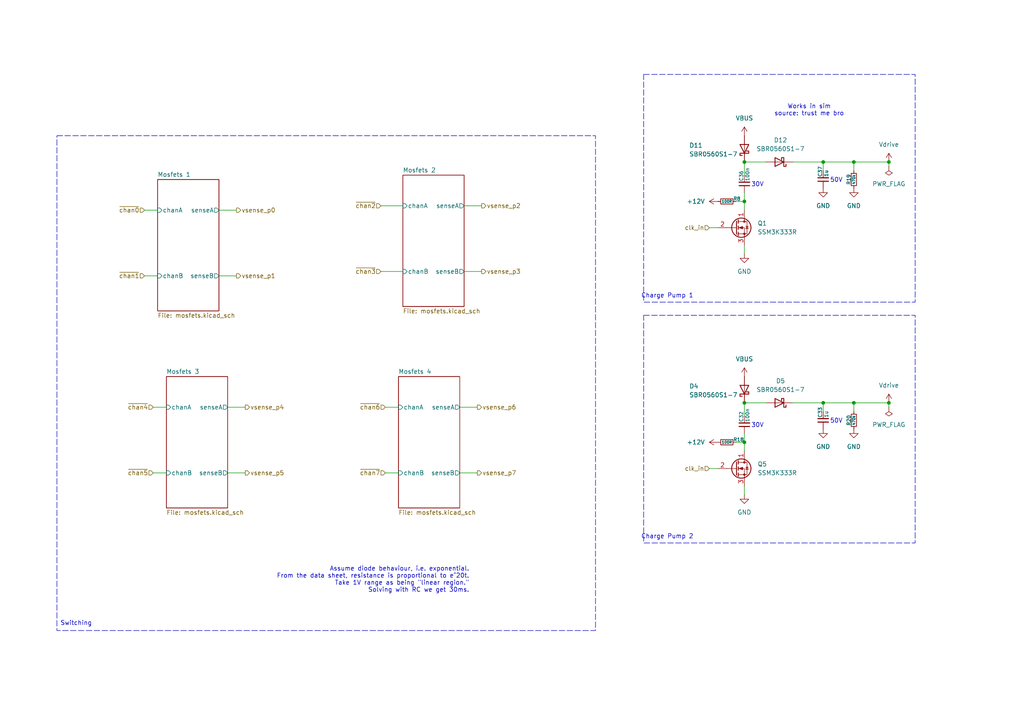
<source format=kicad_sch>
(kicad_sch (version 20250114) (generator "eeschema") (generator_version "9.0")
  (paper "A4")
  (lib_symbols
    (symbol "Bluesat:C_CompactV" (pin_numbers (hide yes)) (pin_names (offset 0.254) (hide yes))
      (property "Reference" "C" (at -0.889 0.762 90))
      (property "Value" "C_CompactV" (at 0.889 0.762 90))
      (symbol "C_CompactV_0_1"
        (polyline (pts (xy 1.524 0.508) (xy -1.524 0.508)) (stroke (width 0.3302)))
        (polyline (pts (xy 1.524 -0.508) (xy -1.524 -0.508)) (stroke (width 0.3048)))
      )
      (symbol "C_CompactV_1_1"
        (pin passive line (at 0 2.54 270) (length 2.032) (name "~") (number "2"))
        (pin passive line (at 0 -2.54 90) (length 2.032) (name "~") (number "1"))
      )
    )
    (symbol "Bluesat:R_CompactH" (pin_numbers (hide yes)) (pin_names (offset 0.254) (hide yes))
      (property "Reference" "R" (at 1.8415 0.1905 0))
      (property "Value" "R_CompactH" (at 0 0 0))
      (symbol "R_CompactH_0_1"
        (rectangle (start -1.778 -0.762) (end 1.778 0.762) (stroke (width 0.2032)))
      )
      (symbol "R_CompactH_1_1"
        (pin passive line (at -2.54 0 0) (length 0.762) (name "~") (number "1"))
        (pin passive line (at 2.54 0 180) (length 0.762) (name "~") (number "2"))
      )
    )
    (symbol "Bluesat:R_CompactV" (pin_numbers (hide yes)) (pin_names (offset 0.254) (hide yes))
      (property "Reference" "R" (at -0.889 0 90))
      (property "Value" "R_CompactV" (at 0 0 90))
      (symbol "R_CompactV_0_1"
        (rectangle (start -0.762 1.778) (end 0.762 -1.778) (stroke (width 0.2032)))
      )
      (symbol "R_CompactV_1_1"
        (pin passive line (at 0 2.54 270) (length 0.762) (name "~") (number "1"))
        (pin passive line (at 0 -2.54 90) (length 0.762) (name "~") (number "2"))
      )
    )
    (symbol "Device:D_Schottky" (pin_numbers (hide yes)) (pin_names (offset 1.016) (hide yes))
      (property "Reference" "D" (at 0 2.54 0))
      (property "Value" "D_Schottky" (at 0 -2.54 0))
      (symbol "D_Schottky_0_1"
        (polyline (pts (xy -1.905 0.635) (xy -1.905 1.27) (xy -1.27 1.27) (xy -1.27 -1.27) (xy -0.635 -1.27) (xy -0.635 -0.635)) (stroke (width 0.254)))
        (polyline (pts (xy 1.27 1.27) (xy 1.27 -1.27) (xy -1.27 0) (xy 1.27 1.27)) (stroke (width 0.254)))
        (polyline (pts (xy 1.27 0) (xy -1.27 0)))
      )
      (symbol "D_Schottky_1_1"
        (pin passive line (at -3.81 0 0) (length 2.54) (name "K") (number "1"))
        (pin passive line (at 3.81 0 180) (length 2.54) (name "A") (number "2"))
      )
    )
    (symbol "Transistor_FET:Q_NMOS_DGS" (pin_names (offset 0) (hide yes))
      (property "Reference" "Q" (at 5.08 1.905 0))
      (property "Value" "Q_NMOS_DGS" (at 5.08 0 0))
      (symbol "Q_NMOS_DGS_0_1"
        (polyline (pts (xy 0.254 1.905) (xy 0.254 -1.905)) (stroke (width 0.254)))
        (polyline (pts (xy 0.254 0) (xy -2.54 0)))
        (polyline (pts (xy 0.762 2.286) (xy 0.762 1.27)) (stroke (width 0.254)))
        (polyline (pts (xy 0.762 0.508) (xy 0.762 -0.508)) (stroke (width 0.254)))
        (polyline (pts (xy 0.762 -1.27) (xy 0.762 -2.286)) (stroke (width 0.254)))
        (polyline (pts (xy 0.762 -1.778) (xy 3.302 -1.778) (xy 3.302 1.778) (xy 0.762 1.778)))
        (polyline (pts (xy 1.016 0) (xy 2.032 0.381) (xy 2.032 -0.381) (xy 1.016 0)) (fill (type outline)))
        (circle (center 1.651 0) (radius 2.794) (stroke (width 0.254)))
        (polyline (pts (xy 2.54 2.54) (xy 2.54 1.778)))
        (circle (center 2.54 1.778) (radius 0.254) (fill (type outline)))
        (circle (center 2.54 -1.778) (radius 0.254) (fill (type outline)))
        (polyline (pts (xy 2.54 -2.54) (xy 2.54 0) (xy 0.762 0)))
        (polyline (pts (xy 2.921 0.381) (xy 3.683 0.381)))
        (polyline (pts (xy 3.302 0.381) (xy 2.921 -0.254) (xy 3.683 -0.254) (xy 3.302 0.381)))
      )
      (symbol "Q_NMOS_DGS_1_1"
        (pin input line (at -5.08 0 0) (length 2.54) (name "G") (number "2"))
        (pin passive line (at 2.54 5.08 270) (length 2.54) (name "D") (number "1"))
        (pin passive line (at 2.54 -5.08 90) (length 2.54) (name "S") (number "3"))
      )
    )
    (symbol "power:+12V" (power) (pin_numbers (hide yes)) (pin_names (offset 0) (hide yes))
      (property "Value" "+12V" (at 0 3.556 0))
      (symbol "+12V_0_1"
        (polyline (pts (xy -0.762 1.27) (xy 0 2.54)))
        (polyline (pts (xy 0 2.54) (xy 0.762 1.27)))
        (polyline (pts (xy 0 0) (xy 0 2.54)))
      )
      (symbol "+12V_1_1"
        (pin power_in line (at 0 0 90) (length 0) (name "~") (number "1"))
      )
    )
    (symbol "power:GND" (power) (pin_numbers (hide yes)) (pin_names (offset 0) (hide yes))
      (property "Value" "GND" (at 0 -3.81 0))
      (symbol "GND_0_1"
        (polyline (pts (xy 0 0) (xy 0 -1.27) (xy 1.27 -1.27) (xy 0 -2.54) (xy -1.27 -1.27) (xy 0 -1.27)))
      )
      (symbol "GND_1_1"
        (pin power_in line (at 0 0 270) (length 0) (name "~") (number "1"))
      )
    )
    (symbol "power:PWR_FLAG" (power) (pin_numbers (hide yes)) (pin_names (offset 0) (hide yes))
      (property "Value" "PWR_FLAG" (at 0 3.81 0))
      (symbol "PWR_FLAG_0_0"
        (pin power_out line (at 0 0 90) (length 0) (name "~") (number "1"))
      )
      (symbol "PWR_FLAG_0_1"
        (polyline (pts (xy 0 0) (xy 0 1.27) (xy -1.016 1.905) (xy 0 2.54) (xy 1.016 1.905) (xy 0 1.27)))
      )
    )
    (symbol "power:VBUS" (power) (pin_numbers (hide yes)) (pin_names (offset 0) (hide yes))
      (property "Value" "VBUS" (at 0 3.556 0))
      (symbol "VBUS_0_1"
        (polyline (pts (xy -0.762 1.27) (xy 0 2.54)))
        (polyline (pts (xy 0 2.54) (xy 0.762 1.27)))
        (polyline (pts (xy 0 0) (xy 0 2.54)))
      )
      (symbol "VBUS_1_1"
        (pin power_in line (at 0 0 90) (length 0) (name "~") (number "1"))
      )
    )
    (symbol "power:Vdrive" (power) (pin_numbers (hide yes)) (pin_names (offset 0) (hide yes))
      (property "Value" "Vdrive" (at 0 3.556 0))
      (symbol "Vdrive_0_1"
        (polyline (pts (xy -0.762 1.27) (xy 0 2.54)))
        (polyline (pts (xy 0 2.54) (xy 0.762 1.27)))
        (polyline (pts (xy 0 0) (xy 0 2.54)))
      )
      (symbol "Vdrive_1_1"
        (pin power_in line (at 0 0 90) (length 0) (name "~") (number "1"))
      )
    )
  )
  (rectangle (start 186.69 91.44) (end 265.43 157.48) (stroke (width 0) (type dash)))
  (rectangle (start 16.51 39.37) (end 172.72 182.88) (stroke (width 0) (type dash)))
  (rectangle (start 186.69 21.59) (end 265.43 87.63) (stroke (width 0) (type dash)))
  (text "Charge Pump 2" (at 193.548 155.702 0) (effects (font (size 1.27 1.27))))
  (text "Switching" (at 22.098 180.848 0) (effects (font (size 1.27 1.27))))
  (text "Charge Pump 1" (at 193.548 85.852 0) (effects (font (size 1.27 1.27))))
  (text "50V" (at 242.57 52.324 0) (effects (font (size 1.27 1.27))))
  (text "50V" (at 242.57 122.174 0) (effects (font (size 1.27 1.27))))
  (text "Assume diode behaviour, i.e. exponential.\nFrom the data sheet, resistance is proportional to e^20t.\nTake 1V range as being \"linear region.\"\nSolving with RC we get 30ms." (at 136.144 168.148 0) (effects (font (size 1.27 1.27)) (justify right)))
  (text "Works in sim\nsource: trust me bro" (at 234.696 32.004 0) (effects (font (size 1.27 1.27))))
  (text "30V" (at 219.71 123.444 0) (effects (font (size 1.27 1.27))))
  (text "30V" (at 219.71 53.594 0) (effects (font (size 1.27 1.27))))
  (junction (at 257.81 116.84))
  (junction (at 215.9 58.42))
  (junction (at 238.76 46.99))
  (junction (at 257.81 46.99))
  (junction (at 215.9 128.27))
  (junction (at 238.76 116.84))
  (junction (at 215.9 46.99))
  (junction (at 247.65 46.99))
  (junction (at 215.9 116.84))
  (junction (at 247.65 116.84))
  (wire (pts (xy 110.49 59.69) (xy 116.84 59.69)))
  (wire (pts (xy 68.58 80.01) (xy 63.5 80.01)))
  (wire (pts (xy 215.9 116.84) (xy 222.25 116.84)))
  (wire (pts (xy 257.81 116.84) (xy 257.81 118.11)))
  (wire (pts (xy 247.65 116.84) (xy 247.65 119.38)))
  (wire (pts (xy 44.45 118.11) (xy 48.26 118.11)))
  (wire (pts (xy 257.81 46.99) (xy 257.81 48.26)))
  (wire (pts (xy 238.76 116.84) (xy 238.76 119.38)))
  (wire (pts (xy 229.87 116.84) (xy 238.76 116.84)))
  (wire (pts (xy 215.9 55.88) (xy 215.9 58.42)))
  (wire (pts (xy 213.36 128.27) (xy 215.9 128.27)))
  (wire (pts (xy 215.9 71.12) (xy 215.9 73.66)))
  (wire (pts (xy 247.65 46.99) (xy 247.65 49.53)))
  (wire (pts (xy 215.9 125.73) (xy 215.9 128.27)))
  (wire (pts (xy 205.74 135.89) (xy 208.28 135.89)))
  (wire (pts (xy 205.74 66.04) (xy 208.28 66.04)))
  (wire (pts (xy 111.76 118.11) (xy 115.57 118.11)))
  (wire (pts (xy 238.76 116.84) (xy 247.65 116.84)))
  (wire (pts (xy 71.12 137.16) (xy 66.04 137.16)))
  (wire (pts (xy 110.49 78.74) (xy 116.84 78.74)))
  (wire (pts (xy 238.76 46.99) (xy 247.65 46.99)))
  (wire (pts (xy 68.58 60.96) (xy 63.5 60.96)))
  (wire (pts (xy 247.65 46.99) (xy 257.81 46.99)))
  (wire (pts (xy 138.43 118.11) (xy 133.35 118.11)))
  (wire (pts (xy 229.87 46.99) (xy 238.76 46.99)))
  (wire (pts (xy 215.9 116.84) (xy 215.9 120.65)))
  (wire (pts (xy 215.9 46.99) (xy 215.9 50.8)))
  (wire (pts (xy 215.9 58.42) (xy 215.9 60.96)))
  (wire (pts (xy 71.12 118.11) (xy 66.04 118.11)))
  (wire (pts (xy 213.36 58.42) (xy 215.9 58.42)))
  (wire (pts (xy 215.9 46.99) (xy 222.25 46.99)))
  (wire (pts (xy 44.45 137.16) (xy 48.26 137.16)))
  (wire (pts (xy 41.91 80.01) (xy 45.72 80.01)))
  (wire (pts (xy 215.9 140.97) (xy 215.9 143.51)))
  (wire (pts (xy 41.91 60.96) (xy 45.72 60.96)))
  (wire (pts (xy 138.43 137.16) (xy 133.35 137.16)))
  (wire (pts (xy 238.76 46.99) (xy 238.76 49.53)))
  (wire (pts (xy 215.9 128.27) (xy 215.9 130.81)))
  (wire (pts (xy 139.7 78.74) (xy 134.62 78.74)))
  (wire (pts (xy 247.65 116.84) (xy 257.81 116.84)))
  (wire (pts (xy 139.7 59.69) (xy 134.62 59.69)))
  (wire (pts (xy 111.76 137.16) (xy 115.57 137.16)))
  (hierarchical_label "~{chan2}" (shape input) (at 110.49 59.69 180))
  (hierarchical_label "vsense_p5" (shape output) (at 71.12 137.16 0))
  (hierarchical_label "vsense_p3" (shape output) (at 139.7 78.74 0))
  (hierarchical_label "vsense_p1" (shape output) (at 68.58 80.01 0))
  (hierarchical_label "vsense_p7" (shape output) (at 138.43 137.16 0))
  (hierarchical_label "~{chan3}" (shape input) (at 110.49 78.74 180))
  (hierarchical_label "~{chan5}" (shape input) (at 44.45 137.16 180))
  (hierarchical_label "clk_in" (shape input) (at 205.74 66.04 180))
  (hierarchical_label "~{chan1}" (shape input) (at 41.91 80.01 180))
  (hierarchical_label "vsense_p2" (shape output) (at 139.7 59.69 0))
  (hierarchical_label "vsense_p0" (shape output) (at 68.58 60.96 0))
  (hierarchical_label "vsense_p6" (shape output) (at 138.43 118.11 0))
  (hierarchical_label "~{chan7}" (shape input) (at 111.76 137.16 180))
  (hierarchical_label "clk_in" (shape input) (at 205.74 135.89 180))
  (hierarchical_label "~{chan6}" (shape input) (at 111.76 118.11 180))
  (hierarchical_label "vsense_p4" (shape output) (at 71.12 118.11 0))
  (hierarchical_label "~{chan0}" (shape input) (at 41.91 60.96 180))
  (hierarchical_label "~{chan4}" (shape input) (at 44.45 118.11 180))
  (symbol (lib_id "Bluesat:R_CompactH") (at 210.82 58.42 0) (unit 1)
    (property "Reference" "R8" (at 212.6615 58.2295 0) (effects (font (size 1.016 1.016)) (justify left bottom)))
    (property "Value" "100R" (at 210.82 58.42 0) (effects (font (size 0.762 0.762))))
    (property "Footprint" "Resistor_SMD:R_0402_1005Metric" (effects (hide yes)))
    (property "Description" "Resistor, compact symbol" (effects (hide yes)))
  )
  (symbol (lib_id "Transistor_FET:Q_NMOS_DGS") (at 213.36 135.89 0) (unit 1)
    (property "Reference" "Q5" (at 219.71 134.6199 0) (effects (justify left)))
    (property "Value" "SSM3K333R" (at 219.71 137.1599 0) (effects (justify left)))
    (property "Footprint" "Package_TO_SOT_SMD:SOT-23-3" (effects (hide yes)))
    (property "Description" "N-MOSFET transistor, drain/gate/source" (effects (hide yes)))
  )
  (symbol (lib_id "power:VBUS") (at 215.9 39.37 0) (unit 1)
    (property "Reference" "#PWR023" (effects (hide yes)))
    (property "Value" "VBUS" (at 215.9 34.29 0))
    (property "Description" "Power symbol creates a global label with name \"VBUS\"" (effects (hide yes)))
  )
  (symbol (lib_id "Bluesat:C_CompactV") (at 215.9 123.19 0) (unit 1)
    (property "Reference" "C32" (at 215.011 122.428 90) (effects (font (size 1.016 1.016)) (justify left)))
    (property "Value" "100n" (at 216.789 122.428 90) (effects (font (size 1.016 1.016)) (justify left)))
    (property "Footprint" "Capacitor_SMD:C_0603_1608Metric" (effects (hide yes)))
    (property "Description" "Unpolarized capacitor, compact symbol" (effects (hide yes)))
  )
  (symbol (lib_id "power:+12V") (at 208.28 128.27 90) (unit 1)
    (property "Reference" "#PWR072" (effects (hide yes)))
    (property "Value" "+12V" (at 204.47 128.2699 90) (effects (justify left)))
    (property "Description" "Power symbol creates a global label with name \"+12V\"" (effects (hide yes)))
  )
  (symbol (lib_id "power:Vdrive") (at 257.81 46.99 0) (unit 1)
    (property "Reference" "#PWR016" (effects (hide yes)))
    (property "Value" "Vdrive" (at 257.81 41.91 0))
    (property "Description" "Power symbol creates a global label with name \"Vdrive\"" (effects (hide yes)))
  )
  (symbol (lib_id "power:Vdrive") (at 257.81 116.84 0) (unit 1)
    (property "Reference" "#PWR077" (effects (hide yes)))
    (property "Value" "Vdrive" (at 257.81 111.76 0))
    (property "Description" "Power symbol creates a global label with name \"Vdrive\"" (effects (hide yes)))
  )
  (symbol (lib_id "Bluesat:R_CompactV") (at 247.65 121.92 0) (unit 1)
    (property "Reference" "R20" (at 246.761 121.92 90) (effects (font (size 1.016 1.016)) (justify bottom)))
    (property "Value" "470k" (at 247.65 121.92 90) (effects (font (size 0.762 0.762))))
    (property "Footprint" "Resistor_SMD:R_0402_1005Metric" (effects (hide yes)))
    (property "Description" "Resistor, compact symbol" (effects (hide yes)))
  )
  (symbol (lib_id "Bluesat:C_CompactV") (at 238.76 52.07 0) (unit 1)
    (property "Reference" "C37" (at 237.871 51.308 90) (effects (font (size 1.016 1.016)) (justify left)))
    (property "Value" "1u" (at 239.649 51.308 90) (effects (font (size 1.016 1.016)) (justify left)))
    (property "Footprint" "Capacitor_SMD:C_1206_3216Metric" (effects (hide yes)))
    (property "Description" "Unpolarized capacitor, compact symbol" (effects (hide yes)))
  )
  (symbol (lib_id "Transistor_FET:Q_NMOS_DGS") (at 213.36 66.04 0) (unit 1)
    (property "Reference" "Q1" (at 219.71 64.7699 0) (effects (justify left)))
    (property "Value" "SSM3K333R" (at 219.71 67.3099 0) (effects (justify left)))
    (property "Footprint" "Package_TO_SOT_SMD:SOT-23-3" (effects (hide yes)))
    (property "Description" "N-MOSFET transistor, drain/gate/source" (effects (hide yes)))
  )
  (symbol (lib_id "Bluesat:R_CompactV") (at 247.65 52.07 0) (unit 1)
    (property "Reference" "R19" (at 246.761 52.07 90) (effects (font (size 1.016 1.016)) (justify bottom)))
    (property "Value" "470k" (at 247.65 52.07 90) (effects (font (size 0.762 0.762))))
    (property "Footprint" "Resistor_SMD:R_0402_1005Metric" (effects (hide yes)))
    (property "Description" "Resistor, compact symbol" (effects (hide yes)))
  )
  (symbol (lib_id "power:GND") (at 238.76 54.61 0) (unit 1)
    (property "Reference" "#PWR062" (effects (hide yes)))
    (property "Value" "GND" (at 238.76 59.69 0))
    (property "Description" "Power symbol creates a global label with name \"GND\" , ground" (effects (hide yes)))
  )
  (symbol (lib_id "power:GND") (at 215.9 73.66 0) (unit 1)
    (property "Reference" "#PWR061" (effects (hide yes)))
    (property "Value" "GND" (at 215.9 78.74 0))
    (property "Description" "Power symbol creates a global label with name \"GND\" , ground" (effects (hide yes)))
  )
  (symbol (lib_id "Device:D_Schottky") (at 215.9 43.18 90) (unit 1)
    (property "Reference" "D11" (at 199.898 42.164 90) (effects (justify right)))
    (property "Value" "SBR0560S1-7" (at 199.898 44.704 90) (effects (justify right)))
    (property "Footprint" "Diode_SMD:D_SOD-123" (effects (hide yes)))
    (property "Description" "Schottky diode" (effects (hide yes)))
  )
  (symbol (lib_id "power:GND") (at 247.65 54.61 0) (unit 1)
    (property "Reference" "#PWR063" (effects (hide yes)))
    (property "Value" "GND" (at 247.65 59.69 0))
    (property "Description" "Power symbol creates a global label with name \"GND\" , ground" (effects (hide yes)))
  )
  (symbol (lib_id "Device:D_Schottky") (at 226.06 116.84 180) (unit 1)
    (property "Reference" "D5" (at 226.3775 110.49 0))
    (property "Value" "SBR0560S1-7" (at 226.3775 113.03 0))
    (property "Footprint" "Diode_SMD:D_SOD-123" (effects (hide yes)))
    (property "Description" "Schottky diode" (effects (hide yes)))
  )
  (symbol (lib_id "power:PWR_FLAG") (at 257.81 48.26 180) (unit 1)
    (property "Reference" "#FLG03" (effects (hide yes)))
    (property "Value" "PWR_FLAG" (at 257.81 53.34 0))
    (property "Description" "Special symbol for telling ERC where power comes from" (effects (hide yes)))
  )
  (symbol (lib_id "Bluesat:R_CompactH") (at 210.82 128.27 0) (unit 1)
    (property "Reference" "R18" (at 212.6615 128.0795 0) (effects (font (size 1.016 1.016)) (justify left bottom)))
    (property "Value" "100R" (at 210.82 128.27 0) (effects (font (size 0.762 0.762))))
    (property "Footprint" "Resistor_SMD:R_0402_1005Metric" (effects (hide yes)))
    (property "Description" "Resistor, compact symbol" (effects (hide yes)))
  )
  (symbol (lib_id "Device:D_Schottky") (at 215.9 113.03 90) (unit 1)
    (property "Reference" "D4" (at 199.898 112.014 90) (effects (justify right)))
    (property "Value" "SBR0560S1-7" (at 199.898 114.554 90) (effects (justify right)))
    (property "Footprint" "Diode_SMD:D_SOD-123" (effects (hide yes)))
    (property "Description" "Schottky diode" (effects (hide yes)))
  )
  (symbol (lib_id "Bluesat:C_CompactV") (at 215.9 53.34 0) (unit 1)
    (property "Reference" "C36" (at 215.011 52.578 90) (effects (font (size 1.016 1.016)) (justify left)))
    (property "Value" "100n" (at 216.789 52.578 90) (effects (font (size 1.016 1.016)) (justify left)))
    (property "Footprint" "Capacitor_SMD:C_0603_1608Metric" (effects (hide yes)))
    (property "Description" "Unpolarized capacitor, compact symbol" (effects (hide yes)))
  )
  (symbol (lib_id "Device:D_Schottky") (at 226.06 46.99 180) (unit 1)
    (property "Reference" "D12" (at 226.3775 40.64 0))
    (property "Value" "SBR0560S1-7" (at 226.3775 43.18 0))
    (property "Footprint" "Diode_SMD:D_SOD-123" (effects (hide yes)))
    (property "Description" "Schottky diode" (effects (hide yes)))
  )
  (symbol (lib_id "power:GND") (at 215.9 143.51 0) (unit 1)
    (property "Reference" "#PWR074" (effects (hide yes)))
    (property "Value" "GND" (at 215.9 148.59 0))
    (property "Description" "Power symbol creates a global label with name \"GND\" , ground" (effects (hide yes)))
  )
  (symbol (lib_id "Bluesat:C_CompactV") (at 238.76 121.92 0) (unit 1)
    (property "Reference" "C33" (at 237.871 121.158 90) (effects (font (size 1.016 1.016)) (justify left)))
    (property "Value" "1u" (at 239.649 121.158 90) (effects (font (size 1.016 1.016)) (justify left)))
    (property "Footprint" "Capacitor_SMD:C_1206_3216Metric" (effects (hide yes)))
    (property "Description" "Unpolarized capacitor, compact symbol" (effects (hide yes)))
  )
  (symbol (lib_id "power:+12V") (at 208.28 58.42 90) (unit 1)
    (property "Reference" "#PWR022" (effects (hide yes)))
    (property "Value" "+12V" (at 204.47 58.4199 90) (effects (justify left)))
    (property "Description" "Power symbol creates a global label with name \"+12V\"" (effects (hide yes)))
  )
  (symbol (lib_id "power:GND") (at 247.65 124.46 0) (unit 1)
    (property "Reference" "#PWR076" (effects (hide yes)))
    (property "Value" "GND" (at 247.65 129.54 0))
    (property "Description" "Power symbol creates a global label with name \"GND\" , ground" (effects (hide yes)))
  )
  (symbol (lib_id "power:VBUS") (at 215.9 109.22 0) (unit 1)
    (property "Reference" "#PWR073" (effects (hide yes)))
    (property "Value" "VBUS" (at 215.9 104.14 0))
    (property "Description" "Power symbol creates a global label with name \"VBUS\"" (effects (hide yes)))
  )
  (symbol (lib_id "power:PWR_FLAG") (at 257.81 118.11 180) (unit 1)
    (property "Reference" "#FLG04" (effects (hide yes)))
    (property "Value" "PWR_FLAG" (at 257.81 123.19 0))
    (property "Description" "Special symbol for telling ERC where power comes from" (effects (hide yes)))
  )
  (symbol (lib_id "power:GND") (at 238.76 124.46 0) (unit 1)
    (property "Reference" "#PWR075" (effects (hide yes)))
    (property "Value" "GND" (at 238.76 129.54 0))
    (property "Description" "Power symbol creates a global label with name \"GND\" , ground" (effects (hide yes)))
  )
  (sheet (at 45.72 52.07) (size 17.78 38.1) (stroke (width 0.1524))
    (property "Sheetname" "Mosfets 1" (at 45.72 51.3584 0) (effects (justify left bottom)))
    (property "Sheetfile" "mosfets.kicad_sch" (at 45.72 90.7546 0) (effects (justify left top)))
    (pin "chanA" input (at 45.72 60.96 180))
    (pin "chanB" input (at 45.72 80.01 180))
    (pin "senseA" output (at 63.5 60.96 0))
    (pin "senseB" output (at 63.5 80.01 0))
  )
  (sheet (at 48.26 109.22) (size 17.78 38.1) (stroke (width 0.1524))
    (property "Sheetname" "Mosfets 3" (at 48.26 108.5084 0) (effects (justify left bottom)))
    (property "Sheetfile" "mosfets.kicad_sch" (at 48.26 147.9046 0) (effects (justify left top)))
    (pin "chanA" input (at 48.26 118.11 180))
    (pin "chanB" input (at 48.26 137.16 180))
    (pin "senseA" output (at 66.04 118.11 0))
    (pin "senseB" output (at 66.04 137.16 0))
  )
  (sheet (at 116.84 50.8) (size 17.78 38.1) (stroke (width 0.1524))
    (property "Sheetname" "Mosfets 2" (at 116.84 50.0884 0) (effects (justify left bottom)))
    (property "Sheetfile" "mosfets.kicad_sch" (at 116.84 89.4846 0) (effects (justify left top)))
    (pin "chanA" input (at 116.84 59.69 180))
    (pin "chanB" input (at 116.84 78.74 180))
    (pin "senseA" output (at 134.62 59.69 0))
    (pin "senseB" output (at 134.62 78.74 0))
  )
  (sheet (at 115.57 109.22) (size 17.78 38.1) (stroke (width 0.1524))
    (property "Sheetname" "Mosfets 4" (at 115.57 108.5084 0) (effects (justify left bottom)))
    (property "Sheetfile" "mosfets.kicad_sch" (at 115.57 147.9046 0) (effects (justify left top)))
    (pin "chanA" input (at 115.57 118.11 180))
    (pin "chanB" input (at 115.57 137.16 180))
    (pin "senseA" output (at 133.35 118.11 0))
    (pin "senseB" output (at 133.35 137.16 0))
  )
)
</source>
